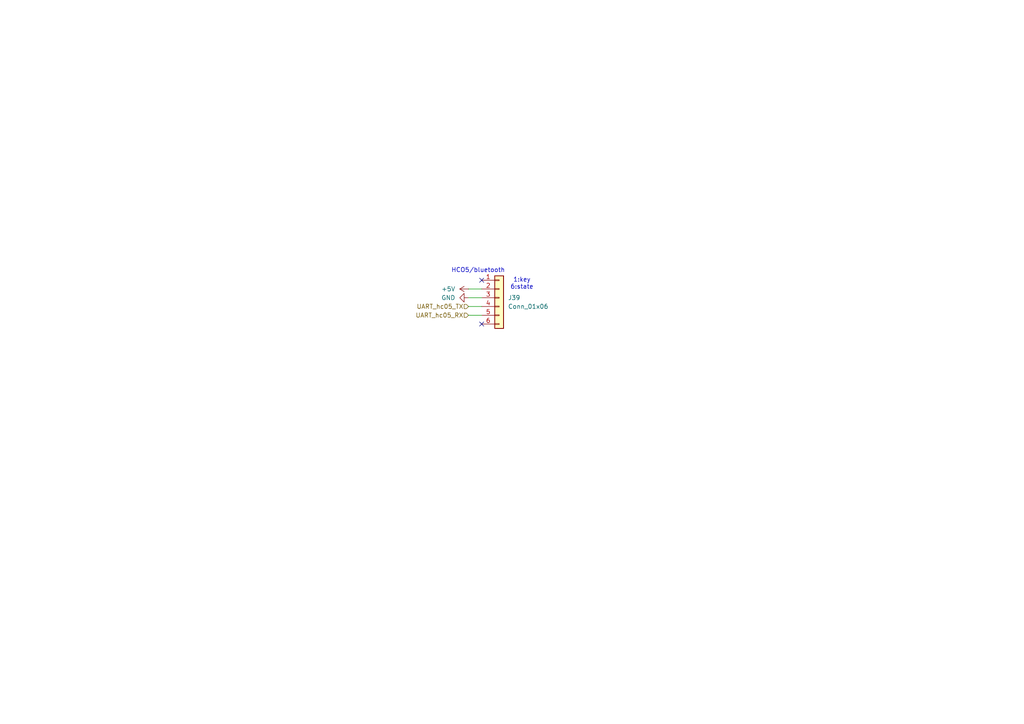
<source format=kicad_sch>
(kicad_sch (version 20250114) (generator "eeschema") (generator_version "9.0")
  (paper "A4")
  (lib_symbols
    (symbol "+5V_1" (power) (pin_numbers (hide yes)) (pin_names (offset 0) (hide yes))
      (property "Value" "+5V" (at 0 3.556 0))
      (symbol "+5V_1_0_1"
        (polyline (pts (xy -0.762 1.27) (xy 0 2.54)))
        (polyline (pts (xy 0 2.54) (xy 0.762 1.27)))
        (polyline (pts (xy 0 0) (xy 0 2.54)))
      )
      (symbol "+5V_1_1_1"
        (pin power_in line (at 0 0 90) (length 0) (name "~") (number "1"))
      )
    )
    (symbol "Connector_Generic:Conn_01x06" (pin_names (offset 1.016) (hide yes))
      (property "Reference" "J" (at 0 7.62 0))
      (property "Value" "Conn_01x06" (at 0 -10.16 0))
      (symbol "Conn_01x06_1_1"
        (rectangle (start -1.27 6.35) (end 1.27 -8.89) (stroke (width 0.254)) (fill (type background)))
        (rectangle (start -1.27 5.207) (end 0 4.953) (stroke (width 0.1524)))
        (rectangle (start -1.27 2.667) (end 0 2.413) (stroke (width 0.1524)))
        (rectangle (start -1.27 0.127) (end 0 -0.127) (stroke (width 0.1524)))
        (rectangle (start -1.27 -2.413) (end 0 -2.667) (stroke (width 0.1524)))
        (rectangle (start -1.27 -4.953) (end 0 -5.207) (stroke (width 0.1524)))
        (rectangle (start -1.27 -7.493) (end 0 -7.747) (stroke (width 0.1524)))
        (pin passive line (at -5.08 5.08 0) (length 3.81) (name "Pin_1") (number "1"))
        (pin passive line (at -5.08 2.54 0) (length 3.81) (name "Pin_2") (number "2"))
        (pin passive line (at -5.08 0 0) (length 3.81) (name "Pin_3") (number "3"))
        (pin passive line (at -5.08 -2.54 0) (length 3.81) (name "Pin_4") (number "4"))
        (pin passive line (at -5.08 -5.08 0) (length 3.81) (name "Pin_5") (number "5"))
        (pin passive line (at -5.08 -7.62 0) (length 3.81) (name "Pin_6") (number "6"))
      )
    )
    (symbol "GND_2" (power) (pin_numbers (hide yes)) (pin_names (offset 0) (hide yes))
      (property "Value" "GND" (at 0 -3.81 0))
      (symbol "GND_2_0_1"
        (polyline (pts (xy 0 0) (xy 0 -1.27) (xy 1.27 -1.27) (xy 0 -2.54) (xy -1.27 -1.27) (xy 0 -1.27)))
      )
      (symbol "GND_2_1_1"
        (pin power_in line (at 0 0 270) (length 0) (name "~") (number "1"))
      )
    )
  )
  (text "1:key\n6:state\n" (at 151.384 82.296 0) (effects (font (size 1.27 1.27))))
  (text "HCO5/bluetooth\n" (at 138.684 78.486 0) (effects (font (size 1.27 1.27))))
  (no_connect (at 139.7 81.28))
  (no_connect (at 139.7 93.98))
  (wire (pts (xy 135.89 86.36) (xy 139.7 86.36)))
  (wire (pts (xy 135.89 88.9) (xy 139.7 88.9)))
  (wire (pts (xy 135.89 91.44) (xy 139.7 91.44)))
  (wire (pts (xy 135.89 83.82) (xy 139.7 83.82)))
  (hierarchical_label "UART_hc05_RX" (shape input) (at 135.89 91.44 180))
  (hierarchical_label "UART_hc05_TX" (shape input) (at 135.89 88.9 180))
  (symbol (lib_name "+5V_1") (lib_id "power:+5V") (at 135.89 83.82 90) (unit 1)
    (property "Reference" "#PWR092" (effects (hide yes)))
    (property "Value" "+5V" (at 132.08 83.8199 90) (effects (justify left)))
    (property "Description" "Power symbol creates a global label with name \"+5V\"" (effects (hide yes)))
  )
  (symbol (lib_name "GND_2") (lib_id "power:GND") (at 135.89 86.36 270) (unit 1)
    (property "Reference" "#PWR093" (effects (hide yes)))
    (property "Value" "GND" (at 132.08 86.3599 90) (effects (justify right)))
    (property "Description" "Power symbol creates a global label with name \"GND\" , ground" (effects (hide yes)))
  )
  (symbol (lib_id "Connector_Generic:Conn_01x06") (at 144.78 86.36 0) (unit 1)
    (property "Reference" "J39" (at 147.32 86.3599 0) (effects (justify left)))
    (property "Value" "Conn_01x06" (at 147.32 88.8999 0) (effects (justify left)))
    (property "Footprint" "Connector_JST:JST_EH_B6B-EH-A_1x06_P2.50mm_Vertical" (effects (hide yes)))
    (property "Description" "Generic connector, single row, 01x06, script generated (kicad-library-utils/schlib/autogen/connector/)" (effects (hide yes)))
  )
)
</source>
